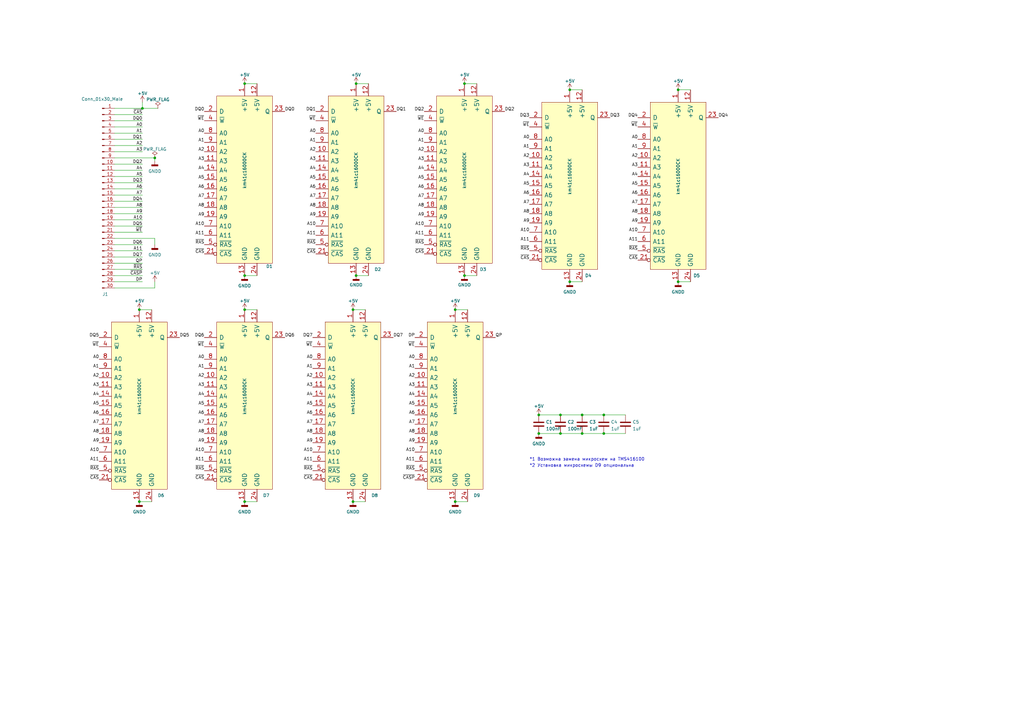
<source format=kicad_sch>
(kicad_sch (version 20211123) (generator eeschema)
  (paper "A3")
  (title_block (title "SIMM30 16 МиБ модуль\\nСхема электрическая принципиальная") (date "2022-01-07") (rev "2") (company "Open Hardware") (comment 2 "Dethernal"))
  (lib_symbols
    (symbol "Connector:Conn_01x30_Male" (pin_names (offset 1.016) hide)
      (property "Reference" "J" (at 0 38.1 0))
      (property "Value" "Conn_01x30_Male" (at 0 -40.64 0))
      (symbol "Conn_01x30_Male_1_1"
        (polyline (pts (xy 1.27 -38.1) (xy 0.8636 -38.1)) (stroke (width 0.1524)))
        (polyline (pts (xy 1.27 -35.56) (xy 0.8636 -35.56)) (stroke (width 0.1524)))
        (polyline (pts (xy 1.27 -33.02) (xy 0.8636 -33.02)) (stroke (width 0.1524)))
        (polyline (pts (xy 1.27 -30.48) (xy 0.8636 -30.48)) (stroke (width 0.1524)))
        (polyline (pts (xy 1.27 -27.94) (xy 0.8636 -27.94)) (stroke (width 0.1524)))
        (polyline (pts (xy 1.27 -25.4) (xy 0.8636 -25.4)) (stroke (width 0.1524)))
        (polyline (pts (xy 1.27 -22.86) (xy 0.8636 -22.86)) (stroke (width 0.1524)))
        (polyline (pts (xy 1.27 -20.32) (xy 0.8636 -20.32)) (stroke (width 0.1524)))
        (polyline (pts (xy 1.27 -17.78) (xy 0.8636 -17.78)) (stroke (width 0.1524)))
        (polyline (pts (xy 1.27 -15.24) (xy 0.8636 -15.24)) (stroke (width 0.1524)))
        (polyline (pts (xy 1.27 -12.7) (xy 0.8636 -12.7)) (stroke (width 0.1524)))
        (polyline (pts (xy 1.27 -10.16) (xy 0.8636 -10.16)) (stroke (width 0.1524)))
        (polyline (pts (xy 1.27 -7.62) (xy 0.8636 -7.62)) (stroke (width 0.1524)))
        (polyline (pts (xy 1.27 -5.08) (xy 0.8636 -5.08)) (stroke (width 0.1524)))
        (polyline (pts (xy 1.27 -2.54) (xy 0.8636 -2.54)) (stroke (width 0.1524)))
        (polyline (pts (xy 1.27 0) (xy 0.8636 0)) (stroke (width 0.1524)))
        (polyline (pts (xy 1.27 2.54) (xy 0.8636 2.54)) (stroke (width 0.1524)))
        (polyline (pts (xy 1.27 5.08) (xy 0.8636 5.08)) (stroke (width 0.1524)))
        (polyline (pts (xy 1.27 7.62) (xy 0.8636 7.62)) (stroke (width 0.1524)))
        (polyline (pts (xy 1.27 10.16) (xy 0.8636 10.16)) (stroke (width 0.1524)))
        (polyline (pts (xy 1.27 12.7) (xy 0.8636 12.7)) (stroke (width 0.1524)))
        (polyline (pts (xy 1.27 15.24) (xy 0.8636 15.24)) (stroke (width 0.1524)))
        (polyline (pts (xy 1.27 17.78) (xy 0.8636 17.78)) (stroke (width 0.1524)))
        (polyline (pts (xy 1.27 20.32) (xy 0.8636 20.32)) (stroke (width 0.1524)))
        (polyline (pts (xy 1.27 22.86) (xy 0.8636 22.86)) (stroke (width 0.1524)))
        (polyline (pts (xy 1.27 25.4) (xy 0.8636 25.4)) (stroke (width 0.1524)))
        (polyline (pts (xy 1.27 27.94) (xy 0.8636 27.94)) (stroke (width 0.1524)))
        (polyline (pts (xy 1.27 30.48) (xy 0.8636 30.48)) (stroke (width 0.1524)))
        (polyline (pts (xy 1.27 33.02) (xy 0.8636 33.02)) (stroke (width 0.1524)))
        (polyline (pts (xy 1.27 35.56) (xy 0.8636 35.56)) (stroke (width 0.1524)))
        (rectangle (start 0.8636 -37.973) (end 0 -38.227) (stroke (width 0.1524)) (fill (type outline)))
        (rectangle (start 0.8636 -35.433) (end 0 -35.687) (stroke (width 0.1524)) (fill (type outline)))
        (rectangle (start 0.8636 -32.893) (end 0 -33.147) (stroke (width 0.1524)) (fill (type outline)))
        (rectangle (start 0.8636 -30.353) (end 0 -30.607) (stroke (width 0.1524)) (fill (type outline)))
        (rectangle (start 0.8636 -27.813) (end 0 -28.067) (stroke (width 0.1524)) (fill (type outline)))
        (rectangle (start 0.8636 -25.273) (end 0 -25.527) (stroke (width 0.1524)) (fill (type outline)))
        (rectangle (start 0.8636 -22.733) (end 0 -22.987) (stroke (width 0.1524)) (fill (type outline)))
        (rectangle (start 0.8636 -20.193) (end 0 -20.447) (stroke (width 0.1524)) (fill (type outline)))
        (rectangle (start 0.8636 -17.653) (end 0 -17.907) (stroke (width 0.1524)) (fill (type outline)))
        (rectangle (start 0.8636 -15.113) (end 0 -15.367) (stroke (width 0.1524)) (fill (type outline)))
        (rectangle (start 0.8636 -12.573) (end 0 -12.827) (stroke (width 0.1524)) (fill (type outline)))
        (rectangle (start 0.8636 -10.033) (end 0 -10.287) (stroke (width 0.1524)) (fill (type outline)))
        (rectangle (start 0.8636 -7.493) (end 0 -7.747) (stroke (width 0.1524)) (fill (type outline)))
        (rectangle (start 0.8636 -4.953) (end 0 -5.207) (stroke (width 0.1524)) (fill (type outline)))
        (rectangle (start 0.8636 -2.413) (end 0 -2.667) (stroke (width 0.1524)) (fill (type outline)))
        (rectangle (start 0.8636 0.127) (end 0 -0.127) (stroke (width 0.1524)) (fill (type outline)))
        (rectangle (start 0.8636 2.667) (end 0 2.413) (stroke (width 0.1524)) (fill (type outline)))
        (rectangle (start 0.8636 5.207) (end 0 4.953) (stroke (width 0.1524)) (fill (type outline)))
        (rectangle (start 0.8636 7.747) (end 0 7.493) (stroke (width 0.1524)) (fill (type outline)))
        (rectangle (start 0.8636 10.287) (end 0 10.033) (stroke (width 0.1524)) (fill (type outline)))
        (rectangle (start 0.8636 12.827) (end 0 12.573) (stroke (width 0.1524)) (fill (type outline)))
        (rectangle (start 0.8636 15.367) (end 0 15.113) (stroke (width 0.1524)) (fill (type outline)))
        (rectangle (start 0.8636 17.907) (end 0 17.653) (stroke (width 0.1524)) (fill (type outline)))
        (rectangle (start 0.8636 20.447) (end 0 20.193) (stroke (width 0.1524)) (fill (type outline)))
        (rectangle (start 0.8636 22.987) (end 0 22.733) (stroke (width 0.1524)) (fill (type outline)))
        (rectangle (start 0.8636 25.527) (end 0 25.273) (stroke (width 0.1524)) (fill (type outline)))
        (rectangle (start 0.8636 28.067) (end 0 27.813) (stroke (width 0.1524)) (fill (type outline)))
        (rectangle (start 0.8636 30.607) (end 0 30.353) (stroke (width 0.1524)) (fill (type outline)))
        (rectangle (start 0.8636 33.147) (end 0 32.893) (stroke (width 0.1524)) (fill (type outline)))
        (rectangle (start 0.8636 35.687) (end 0 35.433) (stroke (width 0.1524)) (fill (type outline)))
        (pin passive line (at 5.08 35.56 180) (length 3.81) (name "Pin_1") (number "1"))
        (pin passive line (at 5.08 12.7 180) (length 3.81) (name "Pin_10") (number "10"))
        (pin passive line (at 5.08 10.16 180) (length 3.81) (name "Pin_11") (number "11"))
        (pin passive line (at 5.08 7.62 180) (length 3.81) (name "Pin_12") (number "12"))
        (pin passive line (at 5.08 5.08 180) (length 3.81) (name "Pin_13") (number "13"))
        (pin passive line (at 5.08 2.54 180) (length 3.81) (name "Pin_14") (number "14"))
        (pin passive line (at 5.08 0 180) (length 3.81) (name "Pin_15") (number "15"))
        (pin passive line (at 5.08 -2.54 180) (length 3.81) (name "Pin_16") (number "16"))
        (pin passive line (at 5.08 -5.08 180) (length 3.81) (name "Pin_17") (number "17"))
        (pin passive line (at 5.08 -7.62 180) (length 3.81) (name "Pin_18") (number "18"))
        (pin passive line (at 5.08 -10.16 180) (length 3.81) (name "Pin_19") (number "19"))
        (pin passive line (at 5.08 33.02 180) (length 3.81) (name "Pin_2") (number "2"))
        (pin passive line (at 5.08 -12.7 180) (length 3.81) (name "Pin_20") (number "20"))
        (pin passive line (at 5.08 -15.24 180) (length 3.81) (name "Pin_21") (number "21"))
        (pin passive line (at 5.08 -17.78 180) (length 3.81) (name "Pin_22") (number "22"))
        (pin passive line (at 5.08 -20.32 180) (length 3.81) (name "Pin_23") (number "23"))
        (pin passive line (at 5.08 -22.86 180) (length 3.81) (name "Pin_24") (number "24"))
        (pin passive line (at 5.08 -25.4 180) (length 3.81) (name "Pin_25") (number "25"))
        (pin passive line (at 5.08 -27.94 180) (length 3.81) (name "Pin_26") (number "26"))
        (pin passive line (at 5.08 -30.48 180) (length 3.81) (name "Pin_27") (number "27"))
        (pin passive line (at 5.08 -33.02 180) (length 3.81) (name "Pin_28") (number "28"))
        (pin passive line (at 5.08 -35.56 180) (length 3.81) (name "Pin_29") (number "29"))
        (pin passive line (at 5.08 30.48 180) (length 3.81) (name "Pin_3") (number "3"))
        (pin passive line (at 5.08 -38.1 180) (length 3.81) (name "Pin_30") (number "30"))
        (pin passive line (at 5.08 27.94 180) (length 3.81) (name "Pin_4") (number "4"))
        (pin passive line (at 5.08 25.4 180) (length 3.81) (name "Pin_5") (number "5"))
        (pin passive line (at 5.08 22.86 180) (length 3.81) (name "Pin_6") (number "6"))
        (pin passive line (at 5.08 20.32 180) (length 3.81) (name "Pin_7") (number "7"))
        (pin passive line (at 5.08 17.78 180) (length 3.81) (name "Pin_8") (number "8"))
        (pin passive line (at 5.08 15.24 180) (length 3.81) (name "Pin_9") (number "9"))
      )
    )
    (symbol "Device:C" (pin_numbers hide) (pin_names (offset 0.254))
      (property "Reference" "C" (at 0.635 2.54 0))
      (property "Value" "C" (at 0.635 -2.54 0))
      (symbol "C_0_1"
        (polyline (pts (xy -2.032 -0.762) (xy 2.032 -0.762)) (stroke (width 0.508)))
        (polyline (pts (xy -2.032 0.762) (xy 2.032 0.762)) (stroke (width 0.508)))
      )
      (symbol "C_1_1"
        (pin passive line (at 0 3.81 270) (length 2.794) (name "~") (number "1"))
        (pin passive line (at 0 -3.81 90) (length 2.794) (name "~") (number "2"))
      )
    )
    (symbol "Memory_RAM:km41c16000CK" (pin_names (offset 1.016))
      (property "Reference" "D?" (at 7.62 -40.64 0))
      (property "Value" "km41c16000CK" (at 0 0 90))
      (symbol "km41c16000CK_0_1"
        (rectangle (start -11.43 30.48) (end 11.43 -38.1) (fill (type background)))
      )
      (symbol "km41c16000CK_1_1"
        (pin power_in line (at 0 35.56 270) (length 5.08) (name "+5V") (number "1"))
        (pin input line (at -16.51 7.62 0) (length 5.08) (name "A2") (number "10"))
        (pin input line (at -16.51 3.81 0) (length 5.08) (name "A3") (number "11"))
        (pin power_in line (at 5.08 35.56 270) (length 5.08) (name "+5V") (number "12"))
        (pin passive line (at 0 -43.18 90) (length 5.08) (name "GND") (number "13"))
        (pin input line (at -16.51 0 0) (length 5.08) (name "A4") (number "14"))
        (pin input line (at -16.51 -3.81 0) (length 5.08) (name "A5") (number "15"))
        (pin input line (at -16.51 -7.62 0) (length 5.08) (name "A6") (number "16"))
        (pin input line (at -16.51 -11.43 0) (length 5.08) (name "A7") (number "17"))
        (pin input line (at -16.51 -15.24 0) (length 5.08) (name "A8") (number "18"))
        (pin input line (at -16.51 -19.05 0) (length 5.08) (name "A9") (number "19"))
        (pin input line (at -16.51 24.13 0) (length 5.08) (name "D") (number "2"))
        (pin input inverted (at -16.51 -34.29 0) (length 5.08) (name "~{CAS}") (number "21"))
        (pin output line (at 16.51 24.13 180) (length 5.08) (name "Q") (number "23"))
        (pin passive line (at 5.08 -43.18 90) (length 5.08) (name "GND") (number "24"))
        (pin input line (at -16.51 20.32 0) (length 5.08) (name "~{W}") (number "4"))
        (pin input inverted (at -16.51 -30.48 0) (length 5.08) (name "~{RAS}") (number "5"))
        (pin input line (at -16.51 -26.67 0) (length 5.08) (name "A11") (number "6"))
        (pin input line (at -16.51 -22.86 0) (length 5.08) (name "A10") (number "7"))
        (pin input line (at -16.51 15.24 0) (length 5.08) (name "A0") (number "8"))
        (pin input line (at -16.51 11.43 0) (length 5.08) (name "A1") (number "9"))
      )
    )
    (symbol "km41c16000CK_2" (pin_names (offset 1.016))
      (property "Reference" "D?" (at 7.62 -40.64 0))
      (property "Value" "km41c16000CK_2" (at 0 0 90))
      (symbol "km41c16000CK_2_0_1"
        (rectangle (start -11.43 30.48) (end 11.43 -38.1) (fill (type background)))
      )
      (symbol "km41c16000CK_2_1_1"
        (pin power_in line (at 0 35.56 270) (length 5.08) (name "+5V") (number "1"))
        (pin input line (at -16.51 7.62 0) (length 5.08) (name "A2") (number "10"))
        (pin input line (at -16.51 3.81 0) (length 5.08) (name "A3") (number "11"))
        (pin power_in line (at 5.08 35.56 270) (length 5.08) (name "+5V") (number "12"))
        (pin passive line (at 0 -43.18 90) (length 5.08) (name "GND") (number "13"))
        (pin input line (at -16.51 0 0) (length 5.08) (name "A4") (number "14"))
        (pin input line (at -16.51 -3.81 0) (length 5.08) (name "A5") (number "15"))
        (pin input line (at -16.51 -7.62 0) (length 5.08) (name "A6") (number "16"))
        (pin input line (at -16.51 -11.43 0) (length 5.08) (name "A7") (number "17"))
        (pin input line (at -16.51 -15.24 0) (length 5.08) (name "A8") (number "18"))
        (pin input line (at -16.51 -19.05 0) (length 5.08) (name "A9") (number "19"))
        (pin input line (at -16.51 24.13 0) (length 5.08) (name "D") (number "2"))
        (pin input inverted (at -16.51 -34.29 0) (length 5.08) (name "~{CAS}") (number "21"))
        (pin output line (at 16.51 24.13 180) (length 5.08) (name "Q") (number "23"))
        (pin passive line (at 5.08 -43.18 90) (length 5.08) (name "GND") (number "24"))
        (pin input line (at -16.51 20.32 0) (length 5.08) (name "~{W}") (number "4"))
        (pin input inverted (at -16.51 -30.48 0) (length 5.08) (name "~{RAS}") (number "5"))
        (pin input line (at -16.51 -26.67 0) (length 5.08) (name "A11") (number "6"))
        (pin input line (at -16.51 -22.86 0) (length 5.08) (name "A10") (number "7"))
        (pin input line (at -16.51 15.24 0) (length 5.08) (name "A0") (number "8"))
        (pin input line (at -16.51 11.43 0) (length 5.08) (name "A1") (number "9"))
      )
    )
    (symbol "km41c16000CK_3" (pin_names (offset 1.016))
      (property "Reference" "D?" (at 7.62 -40.64 0))
      (property "Value" "km41c16000CK_3" (at 0 0 90))
      (symbol "km41c16000CK_3_0_1"
        (rectangle (start -11.43 30.48) (end 11.43 -38.1) (fill (type background)))
      )
      (symbol "km41c16000CK_3_1_1"
        (pin power_in line (at 0 35.56 270) (length 5.08) (name "+5V") (number "1"))
        (pin input line (at -16.51 7.62 0) (length 5.08) (name "A2") (number "10"))
        (pin input line (at -16.51 3.81 0) (length 5.08) (name "A3") (number "11"))
        (pin power_in line (at 5.08 35.56 270) (length 5.08) (name "+5V") (number "12"))
        (pin passive line (at 0 -43.18 90) (length 5.08) (name "GND") (number "13"))
        (pin input line (at -16.51 0 0) (length 5.08) (name "A4") (number "14"))
        (pin input line (at -16.51 -3.81 0) (length 5.08) (name "A5") (number "15"))
        (pin input line (at -16.51 -7.62 0) (length 5.08) (name "A6") (number "16"))
        (pin input line (at -16.51 -11.43 0) (length 5.08) (name "A7") (number "17"))
        (pin input line (at -16.51 -15.24 0) (length 5.08) (name "A8") (number "18"))
        (pin input line (at -16.51 -19.05 0) (length 5.08) (name "A9") (number "19"))
        (pin input line (at -16.51 24.13 0) (length 5.08) (name "D") (number "2"))
        (pin input inverted (at -16.51 -34.29 0) (length 5.08) (name "~{CAS}") (number "21"))
        (pin output line (at 16.51 24.13 180) (length 5.08) (name "Q") (number "23"))
        (pin passive line (at 5.08 -43.18 90) (length 5.08) (name "GND") (number "24"))
        (pin input line (at -16.51 20.32 0) (length 5.08) (name "~{W}") (number "4"))
        (pin input inverted (at -16.51 -30.48 0) (length 5.08) (name "~{RAS}") (number "5"))
        (pin input line (at -16.51 -26.67 0) (length 5.08) (name "A11") (number "6"))
        (pin input line (at -16.51 -22.86 0) (length 5.08) (name "A10") (number "7"))
        (pin input line (at -16.51 15.24 0) (length 5.08) (name "A0") (number "8"))
        (pin input line (at -16.51 11.43 0) (length 5.08) (name "A1") (number "9"))
      )
    )
    (symbol "km41c16000CK_4" (pin_names (offset 1.016))
      (property "Reference" "D?" (at 7.62 -40.64 0))
      (property "Value" "km41c16000CK_4" (at 0 0 90))
      (symbol "km41c16000CK_4_0_1"
        (rectangle (start -11.43 30.48) (end 11.43 -38.1) (fill (type background)))
      )
      (symbol "km41c16000CK_4_1_1"
        (pin power_in line (at 0 35.56 270) (length 5.08) (name "+5V") (number "1"))
        (pin input line (at -16.51 7.62 0) (length 5.08) (name "A2") (number "10"))
        (pin input line (at -16.51 3.81 0) (length 5.08) (name "A3") (number "11"))
        (pin power_in line (at 5.08 35.56 270) (length 5.08) (name "+5V") (number "12"))
        (pin passive line (at 0 -43.18 90) (length 5.08) (name "GND") (number "13"))
        (pin input line (at -16.51 0 0) (length 5.08) (name "A4") (number "14"))
        (pin input line (at -16.51 -3.81 0) (length 5.08) (name "A5") (number "15"))
        (pin input line (at -16.51 -7.62 0) (length 5.08) (name "A6") (number "16"))
        (pin input line (at -16.51 -11.43 0) (length 5.08) (name "A7") (number "17"))
        (pin input line (at -16.51 -15.24 0) (length 5.08) (name "A8") (number "18"))
        (pin input line (at -16.51 -19.05 0) (length 5.08) (name "A9") (number "19"))
        (pin input line (at -16.51 24.13 0) (length 5.08) (name "D") (number "2"))
        (pin input inverted (at -16.51 -34.29 0) (length 5.08) (name "~{CAS}") (number "21"))
        (pin output line (at 16.51 24.13 180) (length 5.08) (name "Q") (number "23"))
        (pin passive line (at 5.08 -43.18 90) (length 5.08) (name "GND") (number "24"))
        (pin input line (at -16.51 20.32 0) (length 5.08) (name "~{W}") (number "4"))
        (pin input inverted (at -16.51 -30.48 0) (length 5.08) (name "~{RAS}") (number "5"))
        (pin input line (at -16.51 -26.67 0) (length 5.08) (name "A11") (number "6"))
        (pin input line (at -16.51 -22.86 0) (length 5.08) (name "A10") (number "7"))
        (pin input line (at -16.51 15.24 0) (length 5.08) (name "A0") (number "8"))
        (pin input line (at -16.51 11.43 0) (length 5.08) (name "A1") (number "9"))
      )
    )
    (symbol "km41c16000CK_5" (pin_names (offset 1.016))
      (property "Reference" "D?" (at 7.62 -40.64 0))
      (property "Value" "km41c16000CK_5" (at 0 0 90))
      (symbol "km41c16000CK_5_0_1"
        (rectangle (start -11.43 30.48) (end 11.43 -38.1) (fill (type background)))
      )
      (symbol "km41c16000CK_5_1_1"
        (pin power_in line (at 0 35.56 270) (length 5.08) (name "+5V") (number "1"))
        (pin input line (at -16.51 7.62 0) (length 5.08) (name "A2") (number "10"))
        (pin input line (at -16.51 3.81 0) (length 5.08) (name "A3") (number "11"))
        (pin power_in line (at 5.08 35.56 270) (length 5.08) (name "+5V") (number "12"))
        (pin passive line (at 0 -43.18 90) (length 5.08) (name "GND") (number "13"))
        (pin input line (at -16.51 0 0) (length 5.08) (name "A4") (number "14"))
        (pin input line (at -16.51 -3.81 0) (length 5.08) (name "A5") (number "15"))
        (pin input line (at -16.51 -7.62 0) (length 5.08) (name "A6") (number "16"))
        (pin input line (at -16.51 -11.43 0) (length 5.08) (name "A7") (number "17"))
        (pin input line (at -16.51 -15.24 0) (length 5.08) (name "A8") (number "18"))
        (pin input line (at -16.51 -19.05 0) (length 5.08) (name "A9") (number "19"))
        (pin input line (at -16.51 24.13 0) (length 5.08) (name "D") (number "2"))
        (pin input inverted (at -16.51 -34.29 0) (length 5.08) (name "~{CAS}") (number "21"))
        (pin output line (at 16.51 24.13 180) (length 5.08) (name "Q") (number "23"))
        (pin passive line (at 5.08 -43.18 90) (length 5.08) (name "GND") (number "24"))
        (pin input line (at -16.51 20.32 0) (length 5.08) (name "~{W}") (number "4"))
        (pin input inverted (at -16.51 -30.48 0) (length 5.08) (name "~{RAS}") (number "5"))
        (pin input line (at -16.51 -26.67 0) (length 5.08) (name "A11") (number "6"))
        (pin input line (at -16.51 -22.86 0) (length 5.08) (name "A10") (number "7"))
        (pin input line (at -16.51 15.24 0) (length 5.08) (name "A0") (number "8"))
        (pin input line (at -16.51 11.43 0) (length 5.08) (name "A1") (number "9"))
      )
    )
    (symbol "km41c16000CK_6" (pin_names (offset 1.016))
      (property "Reference" "D?" (at 7.62 -40.64 0))
      (property "Value" "km41c16000CK_6" (at 0 0 90))
      (symbol "km41c16000CK_6_0_1"
        (rectangle (start -11.43 30.48) (end 11.43 -38.1) (fill (type background)))
      )
      (symbol "km41c16000CK_6_1_1"
        (pin power_in line (at 0 35.56 270) (length 5.08) (name "+5V") (number "1"))
        (pin input line (at -16.51 7.62 0) (length 5.08) (name "A2") (number "10"))
        (pin input line (at -16.51 3.81 0) (length 5.08) (name "A3") (number "11"))
        (pin power_in line (at 5.08 35.56 270) (length 5.08) (name "+5V") (number "12"))
        (pin passive line (at 0 -43.18 90) (length 5.08) (name "GND") (number "13"))
        (pin input line (at -16.51 0 0) (length 5.08) (name "A4") (number "14"))
        (pin input line (at -16.51 -3.81 0) (length 5.08) (name "A5") (number "15"))
        (pin input line (at -16.51 -7.62 0) (length 5.08) (name "A6") (number "16"))
        (pin input line (at -16.51 -11.43 0) (length 5.08) (name "A7") (number "17"))
        (pin input line (at -16.51 -15.24 0) (length 5.08) (name "A8") (number "18"))
        (pin input line (at -16.51 -19.05 0) (length 5.08) (name "A9") (number "19"))
        (pin input line (at -16.51 24.13 0) (length 5.08) (name "D") (number "2"))
        (pin input inverted (at -16.51 -34.29 0) (length 5.08) (name "~{CAS}") (number "21"))
        (pin output line (at 16.51 24.13 180) (length 5.08) (name "Q") (number "23"))
        (pin passive line (at 5.08 -43.18 90) (length 5.08) (name "GND") (number "24"))
        (pin input line (at -16.51 20.32 0) (length 5.08) (name "~{W}") (number "4"))
        (pin input inverted (at -16.51 -30.48 0) (length 5.08) (name "~{RAS}") (number "5"))
        (pin input line (at -16.51 -26.67 0) (length 5.08) (name "A11") (number "6"))
        (pin input line (at -16.51 -22.86 0) (length 5.08) (name "A10") (number "7"))
        (pin input line (at -16.51 15.24 0) (length 5.08) (name "A0") (number "8"))
        (pin input line (at -16.51 11.43 0) (length 5.08) (name "A1") (number "9"))
      )
    )
    (symbol "km41c16000CK_7" (pin_names (offset 1.016))
      (property "Reference" "D?" (at 7.62 -40.64 0))
      (property "Value" "km41c16000CK_7" (at 0 0 90))
      (symbol "km41c16000CK_7_0_1"
        (rectangle (start -11.43 30.48) (end 11.43 -38.1) (fill (type background)))
      )
      (symbol "km41c16000CK_7_1_1"
        (pin power_in line (at 0 35.56 270) (length 5.08) (name "+5V") (number "1"))
        (pin input line (at -16.51 7.62 0) (length 5.08) (name "A2") (number "10"))
        (pin input line (at -16.51 3.81 0) (length 5.08) (name "A3") (number "11"))
        (pin power_in line (at 5.08 35.56 270) (length 5.08) (name "+5V") (number "12"))
        (pin passive line (at 0 -43.18 90) (length 5.08) (name "GND") (number "13"))
        (pin input line (at -16.51 0 0) (length 5.08) (name "A4") (number "14"))
        (pin input line (at -16.51 -3.81 0) (length 5.08) (name "A5") (number "15"))
        (pin input line (at -16.51 -7.62 0) (length 5.08) (name "A6") (number "16"))
        (pin input line (at -16.51 -11.43 0) (length 5.08) (name "A7") (number "17"))
        (pin input line (at -16.51 -15.24 0) (length 5.08) (name "A8") (number "18"))
        (pin input line (at -16.51 -19.05 0) (length 5.08) (name "A9") (number "19"))
        (pin input line (at -16.51 24.13 0) (length 5.08) (name "D") (number "2"))
        (pin input inverted (at -16.51 -34.29 0) (length 5.08) (name "~{CAS}") (number "21"))
        (pin output line (at 16.51 24.13 180) (length 5.08) (name "Q") (number "23"))
        (pin passive line (at 5.08 -43.18 90) (length 5.08) (name "GND") (number "24"))
        (pin input line (at -16.51 20.32 0) (length 5.08) (name "~{W}") (number "4"))
        (pin input inverted (at -16.51 -30.48 0) (length 5.08) (name "~{RAS}") (number "5"))
        (pin input line (at -16.51 -26.67 0) (length 5.08) (name "A11") (number "6"))
        (pin input line (at -16.51 -22.86 0) (length 5.08) (name "A10") (number "7"))
        (pin input line (at -16.51 15.24 0) (length 5.08) (name "A0") (number "8"))
        (pin input line (at -16.51 11.43 0) (length 5.08) (name "A1") (number "9"))
      )
    )
    (symbol "km41c16000CK_8" (pin_names (offset 1.016))
      (property "Reference" "D?" (at 7.62 -40.64 0))
      (property "Value" "km41c16000CK_8" (at 0 0 90))
      (symbol "km41c16000CK_8_0_1"
        (rectangle (start -11.43 30.48) (end 11.43 -38.1) (fill (type background)))
      )
      (symbol "km41c16000CK_8_1_1"
        (pin power_in line (at 0 35.56 270) (length 5.08) (name "+5V") (number "1"))
        (pin input line (at -16.51 7.62 0) (length 5.08) (name "A2") (number "10"))
        (pin input line (at -16.51 3.81 0) (length 5.08) (name "A3") (number "11"))
        (pin power_in line (at 5.08 35.56 270) (length 5.08) (name "+5V") (number "12"))
        (pin passive line (at 0 -43.18 90) (length 5.08) (name "GND") (number "13"))
        (pin input line (at -16.51 0 0) (length 5.08) (name "A4") (number "14"))
        (pin input line (at -16.51 -3.81 0) (length 5.08) (name "A5") (number "15"))
        (pin input line (at -16.51 -7.62 0) (length 5.08) (name "A6") (number "16"))
        (pin input line (at -16.51 -11.43 0) (length 5.08) (name "A7") (number "17"))
        (pin input line (at -16.51 -15.24 0) (length 5.08) (name "A8") (number "18"))
        (pin input line (at -16.51 -19.05 0) (length 5.08) (name "A9") (number "19"))
        (pin input line (at -16.51 24.13 0) (length 5.08) (name "D") (number "2"))
        (pin input inverted (at -16.51 -34.29 0) (length 5.08) (name "~{CAS}") (number "21"))
        (pin output line (at 16.51 24.13 180) (length 5.08) (name "Q") (number "23"))
        (pin passive line (at 5.08 -43.18 90) (length 5.08) (name "GND") (number "24"))
        (pin input line (at -16.51 20.32 0) (length 5.08) (name "~{W}") (number "4"))
        (pin input inverted (at -16.51 -30.48 0) (length 5.08) (name "~{RAS}") (number "5"))
        (pin input line (at -16.51 -26.67 0) (length 5.08) (name "A11") (number "6"))
        (pin input line (at -16.51 -22.86 0) (length 5.08) (name "A10") (number "7"))
        (pin input line (at -16.51 15.24 0) (length 5.08) (name "A0") (number "8"))
        (pin input line (at -16.51 11.43 0) (length 5.08) (name "A1") (number "9"))
      )
    )
    (symbol "power:+5V" (power) (pin_names (offset 0))
      (property "Value" "+5V" (at 0 3.556 0))
      (symbol "+5V_0_1"
        (polyline (pts (xy -0.762 1.27) (xy 0 2.54)))
        (polyline (pts (xy 0 0) (xy 0 2.54)))
        (polyline (pts (xy 0 2.54) (xy 0.762 1.27)))
      )
      (symbol "+5V_1_1"
        (pin power_in line (at 0 0 90) (length 0) hide (name "+5V") (number "1"))
      )
    )
    (symbol "power:GNDD" (power) (pin_names (offset 0))
      (property "Value" "GNDD" (at 0 -3.175 0))
      (symbol "GNDD_0_1"
        (rectangle (start -1.27 -1.524) (end 1.27 -2.032) (stroke (width 0.254)) (fill (type outline)))
        (polyline (pts (xy 0 0) (xy 0 -1.524)))
      )
      (symbol "GNDD_1_1"
        (pin power_in line (at 0 0 270) (length 0) hide (name "GNDD") (number "1"))
      )
    )
    (symbol "power:PWR_FLAG" (power) (pin_numbers hide) (pin_names (offset 0) hide)
      (property "Value" "PWR_FLAG" (at 0 3.81 0))
      (symbol "PWR_FLAG_0_0"
        (pin power_out line (at 0 0 90) (length 0) (name "pwr") (number "1"))
      )
      (symbol "PWR_FLAG_0_1"
        (polyline (pts (xy 0 0) (xy 0 1.27) (xy -1.016 1.905) (xy 0 2.54) (xy 1.016 1.905) (xy 0 1.27)))
      )
    )
  )
  (junction (at 144.78 205.74))
  (junction (at 220.98 177.8))
  (junction (at 186.69 205.74))
  (junction (at 146.05 113.03))
  (junction (at 220.98 170.18))
  (junction (at 233.68 115.57))
  (junction (at 58.42 44.45))
  (junction (at 100.33 113.03))
  (junction (at 278.13 36.83))
  (junction (at 57.15 127))
  (junction (at 190.5 34.29))
  (junction (at 229.87 170.18))
  (junction (at 247.65 170.18))
  (junction (at 146.05 34.29))
  (junction (at 238.76 177.8))
  (junction (at 233.68 36.83))
  (junction (at 229.87 177.8))
  (junction (at 57.15 205.74))
  (junction (at 100.33 34.29))
  (junction (at 63.5 64.77))
  (junction (at 100.33 127))
  (junction (at 247.65 177.8))
  (junction (at 190.5 113.03))
  (junction (at 278.13 115.57))
  (junction (at 186.69 127))
  (junction (at 100.33 205.74))
  (junction (at 144.78 127))
  (junction (at 238.76 170.18))
  (wire (pts (xy 46.99 85.09) (xy 58.42 85.09)))
  (wire (pts (xy 58.42 41.91) (xy 58.42 44.45)))
  (wire (pts (xy 63.5 97.79) (xy 63.5 100.33)))
  (wire (pts (xy 238.76 170.18) (xy 247.65 170.18)))
  (wire (pts (xy 46.99 107.95) (xy 58.42 107.95)))
  (wire (pts (xy 100.33 205.74) (xy 105.41 205.74)))
  (wire (pts (xy 46.99 118.11) (xy 63.5 118.11)))
  (wire (pts (xy 46.99 115.57) (xy 58.42 115.57)))
  (wire (pts (xy 46.99 62.23) (xy 58.42 62.23)))
  (wire (pts (xy 100.33 113.03) (xy 105.41 113.03)))
  (wire (pts (xy 190.5 113.03) (xy 195.58 113.03)))
  (wire (pts (xy 46.99 102.87) (xy 58.42 102.87)))
  (wire (pts (xy 46.99 97.79) (xy 63.5 97.79)))
  (wire (pts (xy 63.5 115.57) (xy 63.5 118.11)))
  (wire (pts (xy 247.65 170.18) (xy 256.54 170.18)))
  (wire (pts (xy 46.99 95.25) (xy 58.42 95.25)))
  (wire (pts (xy 46.99 74.93) (xy 58.42 74.93)))
  (wire (pts (xy 233.68 36.83) (xy 238.76 36.83)))
  (wire (pts (xy 46.99 72.39) (xy 58.42 72.39)))
  (wire (pts (xy 229.87 177.8) (xy 238.76 177.8)))
  (wire (pts (xy 63.5 64.77) (xy 63.5 66.04)))
  (wire (pts (xy 46.99 59.69) (xy 58.42 59.69)))
  (wire (pts (xy 278.13 115.57) (xy 283.21 115.57)))
  (wire (pts (xy 220.98 177.8) (xy 229.87 177.8)))
  (wire (pts (xy 46.99 52.07) (xy 58.42 52.07)))
  (wire (pts (xy 144.78 127) (xy 149.86 127)))
  (wire (pts (xy 278.13 36.83) (xy 283.21 36.83)))
  (wire (pts (xy 146.05 113.03) (xy 151.13 113.03)))
  (wire (pts (xy 233.68 115.57) (xy 238.76 115.57)))
  (wire (pts (xy 46.99 54.61) (xy 58.42 54.61)))
  (wire (pts (xy 46.99 113.03) (xy 58.42 113.03)))
  (wire (pts (xy 100.33 34.29) (xy 105.41 34.29)))
  (wire (pts (xy 229.87 170.18) (xy 238.76 170.18)))
  (wire (pts (xy 46.99 64.77) (xy 63.5 64.77)))
  (wire (pts (xy 46.99 69.85) (xy 58.42 69.85)))
  (wire (pts (xy 190.5 34.29) (xy 195.58 34.29)))
  (wire (pts (xy 146.05 34.29) (xy 151.13 34.29)))
  (wire (pts (xy 46.99 110.49) (xy 58.42 110.49)))
  (wire (pts (xy 46.99 90.17) (xy 58.42 90.17)))
  (wire (pts (xy 144.78 205.74) (xy 149.86 205.74)))
  (wire (pts (xy 46.99 77.47) (xy 58.42 77.47)))
  (wire (pts (xy 57.15 205.74) (xy 62.23 205.74)))
  (wire (pts (xy 46.99 44.45) (xy 58.42 44.45)))
  (wire (pts (xy 46.99 57.15) (xy 58.42 57.15)))
  (wire (pts (xy 46.99 49.53) (xy 58.42 49.53)))
  (wire (pts (xy 186.69 205.74) (xy 191.77 205.74)))
  (wire (pts (xy 220.98 170.18) (xy 229.87 170.18)))
  (wire (pts (xy 58.42 44.45) (xy 64.77 44.45)))
  (wire (pts (xy 238.76 177.8) (xy 247.65 177.8)))
  (wire (pts (xy 247.65 177.8) (xy 256.54 177.8)))
  (wire (pts (xy 100.33 127) (xy 105.41 127)))
  (wire (pts (xy 46.99 100.33) (xy 58.42 100.33)))
  (wire (pts (xy 46.99 82.55) (xy 58.42 82.55)))
  (wire (pts (xy 46.99 87.63) (xy 58.42 87.63)))
  (wire (pts (xy 57.15 127) (xy 62.23 127)))
  (wire (pts (xy 46.99 105.41) (xy 58.42 105.41)))
  (wire (pts (xy 46.99 67.31) (xy 58.42 67.31)))
  (wire (pts (xy 186.69 127) (xy 191.77 127)))
  (wire (pts (xy 46.99 80.01) (xy 58.42 80.01)))
  (wire (pts (xy 46.99 92.71) (xy 58.42 92.71)))
  (wire (pts (xy 46.99 46.99) (xy 58.42 46.99)))
  (text "*2 Установка микросхемы D9 опциональна" (at 217.17 191.77 0) (effects (font (size 1.27 1.27)) (justify left bottom)))
  (text "*1 Возможна замена микросхем на TMS416100" (at 217.17 189.23 0) (effects (font (size 1.27 1.27)) (justify left bottom)))
  (label "A5" (at 40.64 166.37 180))
  (label "A4" (at 217.17 72.39 180))
  (label "A6" (at 261.62 80.01 180))
  (label "A6" (at 173.99 77.47 180))
  (label "A1" (at 83.82 58.42 180))
  (label "A7" (at 40.64 173.99 180))
  (label "DP" (at 170.18 138.43 180))
  (label "DQ2" (at 173.99 45.72 180))
  (label "~{CASP}" (at 170.18 196.85 180))
  (label "~{WE}" (at 129.54 49.53 180))
  (label "DQ5" (at 58.42 92.71 180))
  (label "A4" (at 128.27 162.56 180))
  (label "A3" (at 217.17 68.58 180))
  (label "DQ0" (at 83.82 45.72 180))
  (label "~{RAS}" (at 129.54 100.33 180))
  (label "A2" (at 129.54 62.23 180))
  (label "A3" (at 58.42 62.23 180))
  (label "~{RAS}" (at 261.62 102.87 180))
  (label "~{RAS}" (at 40.64 193.04 180))
  (label "~{WE}" (at 58.42 95.25 180))
  (label "~{CAS}" (at 40.64 196.85 180))
  (label "A10" (at 217.17 95.25 180))
  (label "DQ7" (at 58.42 105.41 180))
  (label "A8" (at 217.17 87.63 180))
  (label "A5" (at 128.27 166.37 180))
  (label "A8" (at 83.82 177.8 180))
  (label "A0" (at 83.82 147.32 180))
  (label "A3" (at 40.64 158.75 180))
  (label "~{WE}" (at 173.99 49.53 180))
  (label "DQ1" (at 129.54 45.72 180))
  (label "A7" (at 128.27 173.99 180))
  (label "QP" (at 58.42 107.95 180))
  (label "A5" (at 173.99 73.66 180))
  (label "A6" (at 58.42 77.47 180))
  (label "~{RAS}" (at 83.82 100.33 180))
  (label "A3" (at 83.82 158.75 180))
  (label "A8" (at 58.42 85.09 180))
  (label "DQ0" (at 116.84 45.72 0))
  (label "A6" (at 217.17 80.01 180))
  (label "DQ6" (at 116.84 138.43 0))
  (label "A10" (at 83.82 185.42 180))
  (label "A6" (at 83.82 170.18 180))
  (label "A1" (at 217.17 60.96 180))
  (label "A8" (at 261.62 87.63 180))
  (label "~{RAS}" (at 128.27 193.04 180))
  (label "~{CAS}" (at 128.27 196.85 180))
  (label "DQ4" (at 294.64 48.26 0))
  (label "A9" (at 217.17 91.44 180))
  (label "A3" (at 128.27 158.75 180))
  (label "A2" (at 217.17 64.77 180))
  (label "A5" (at 217.17 76.2 180))
  (label "A2" (at 40.64 154.94 180))
  (label "A6" (at 128.27 170.18 180))
  (label "~{CAS}" (at 83.82 104.14 180))
  (label "~{WE}" (at 128.27 142.24 180))
  (label "A4" (at 83.82 162.56 180))
  (label "A9" (at 173.99 88.9 180))
  (label "A6" (at 40.64 170.18 180))
  (label "DQ4" (at 58.42 82.55 180))
  (label "~{RAS}" (at 83.82 193.04 180))
  (label "QP" (at 203.2 138.43 0))
  (label "~{WE}" (at 217.17 52.07 180))
  (label "A0" (at 173.99 54.61 180))
  (label "A0" (at 129.54 54.61 180))
  (label "A4" (at 173.99 69.85 180))
  (label "A7" (at 129.54 81.28 180))
  (label "A4" (at 83.82 69.85 180))
  (label "~{RAS}" (at 217.17 102.87 180))
  (label "A0" (at 58.42 52.07 180))
  (label "DQ6" (at 58.42 100.33 180))
  (label "~{WE}" (at 261.62 52.07 180))
  (label "~{WE}" (at 170.18 142.24 180))
  (label "DQ3" (at 217.17 48.26 180))
  (label "A1" (at 129.54 58.42 180))
  (label "~{CAS}" (at 58.42 46.99 180))
  (label "DQ5" (at 73.66 138.43 0))
  (label "A7" (at 58.42 80.01 180))
  (label "A11" (at 83.82 96.52 180))
  (label "A11" (at 58.42 102.87 180))
  (label "DQ2" (at 58.42 67.31 180))
  (label "~{CAS}" (at 217.17 106.68 180))
  (label "DP" (at 58.42 115.57 180))
  (label "~{RAS}" (at 173.99 100.33 180))
  (label "A7" (at 83.82 81.28 180))
  (label "A9" (at 128.27 181.61 180))
  (label "A5" (at 129.54 73.66 180))
  (label "A2" (at 170.18 154.94 180))
  (label "A0" (at 261.62 57.15 180))
  (label "DQ7" (at 128.27 138.43 180))
  (label "A10" (at 261.62 95.25 180))
  (label "A1" (at 170.18 151.13 180))
  (label "A7" (at 83.82 173.99 180))
  (label "A2" (at 261.62 64.77 180))
  (label "DQ3" (at 58.42 74.93 180))
  (label "DQ6" (at 83.82 138.43 180))
  (label "A2" (at 128.27 154.94 180))
  (label "A11" (at 170.18 189.23 180))
  (label "A1" (at 261.62 60.96 180))
  (label "~{WE}" (at 40.64 142.24 180))
  (label "A11" (at 129.54 96.52 180))
  (label "A0" (at 128.27 147.32 180))
  (label "A7" (at 261.62 83.82 180))
  (label "A0" (at 83.82 54.61 180))
  (label "A3" (at 261.62 68.58 180))
  (label "A0" (at 40.64 147.32 180))
  (label "~{CAS}" (at 129.54 104.14 180))
  (label "A6" (at 83.82 77.47 180))
  (label "A1" (at 40.64 151.13 180))
  (label "A11" (at 40.64 189.23 180))
  (label "A11" (at 128.27 189.23 180))
  (label "A4" (at 170.18 162.56 180))
  (label "~{CAS}" (at 173.99 104.14 180))
  (label "A1" (at 58.42 54.61 180))
  (label "A10" (at 129.54 92.71 180))
  (label "A7" (at 170.18 173.99 180))
  (label "DQ2" (at 207.01 45.72 0))
  (label "A10" (at 83.82 92.71 180))
  (label "A10" (at 170.18 185.42 180))
  (label "A2" (at 83.82 62.23 180))
  (label "~{WE}" (at 83.82 49.53 180))
  (label "A9" (at 170.18 181.61 180))
  (label "~{RAS}" (at 58.42 110.49 180))
  (label "DQ4" (at 261.62 48.26 180))
  (label "A8" (at 170.18 177.8 180))
  (label "A8" (at 40.64 177.8 180))
  (label "A3" (at 83.82 66.04 180))
  (label "~{CAS}" (at 261.62 106.68 180))
  (label "A11" (at 173.99 96.52 180))
  (label "A3" (at 173.99 66.04 180))
  (label "~{CAS}" (at 83.82 196.85 180))
  (label "A9" (at 83.82 181.61 180))
  (label "DQ0" (at 58.42 49.53 180))
  (label "A5" (at 58.42 72.39 180))
  (label "A4" (at 261.62 72.39 180))
  (label "DQ1" (at 162.56 45.72 0))
  (label "A9" (at 83.82 88.9 180))
  (label "A0" (at 217.17 57.15 180))
  (label "A8" (at 173.99 85.09 180))
  (label "A9" (at 129.54 88.9 180))
  (label "~{RAS}" (at 170.18 193.04 180))
  (label "A11" (at 217.17 99.06 180))
  (label "~{CASP}" (at 58.42 113.03 180))
  (label "A3" (at 170.18 158.75 180))
  (label "A9" (at 58.42 87.63 180))
  (label "A6" (at 170.18 170.18 180))
  (label "A8" (at 83.82 85.09 180))
  (label "A5" (at 261.62 76.2 180))
  (label "A10" (at 40.64 185.42 180))
  (label "A7" (at 173.99 81.28 180))
  (label "A3" (at 129.54 66.04 180))
  (label "A4" (at 58.42 69.85 180))
  (label "A4" (at 129.54 69.85 180))
  (label "A1" (at 128.27 151.13 180))
  (label "A10" (at 128.27 185.42 180))
  (label "DQ7" (at 161.29 138.43 0))
  (label "A1" (at 83.82 151.13 180))
  (label "A0" (at 170.18 147.32 180))
  (label "A11" (at 83.82 189.23 180))
  (label "DQ1" (at 58.42 57.15 180))
  (label "A5" (at 83.82 166.37 180))
  (label "A9" (at 40.64 181.61 180))
  (label "A7" (at 217.17 83.82 180))
  (label "DQ3" (at 250.19 48.26 0))
  (label "~{WE}" (at 83.82 142.24 180))
  (label "A4" (at 40.64 162.56 180))
  (label "A11" (at 261.62 99.06 180))
  (label "A8" (at 128.27 177.8 180))
  (label "A2" (at 173.99 62.23 180))
  (label "A5" (at 170.18 166.37 180))
  (label "A8" (at 129.54 85.09 180))
  (label "A2" (at 83.82 154.94 180))
  (label "A6" (at 129.54 77.47 180))
  (label "A2" (at 58.42 59.69 180))
  (label "A10" (at 173.99 92.71 180))
  (label "DQ5" (at 40.64 138.43 180))
  (label "A1" (at 173.99 58.42 180))
  (label "A9" (at 261.62 91.44 180))
  (label "A10" (at 58.42 90.17 180))
  (label "A5" (at 83.82 73.66 180))
  (symbol (lib_id "power:GNDD") (at 233.68 115.57 0) (unit 1)
    (property "Reference" "#PWR0114" (effects hide))
    (property "Value" "GNDD" (at 233.68 119.7515 0))
  )
  (symbol (lib_name "km41c16000CK_8") (lib_id "Memory_RAM:km41c16000CK") (at 233.68 72.39 0) (unit 1)
    (property "Reference" "D4" (at 241.3 113.03 0))
    (property "Value" "km41c16000CK" (at 233.68 72.39 90))
    (property "Footprint" "Package_SOJ26_24:SOJ-26-24_7.62x17.14mm_P1.27mm" (effects hide))
    (property "Datasheet" "https://www.digchip.com/datasheets/parts/datasheet/409/KM41C16000CK.php" (effects hide))
  )
  (symbol (lib_id "power:+5V") (at 144.78 127 0) (unit 1)
    (property "Reference" "#PWR0120" (effects hide))
    (property "Value" "+5V" (at 144.78 123.3955 0))
  )
  (symbol (lib_id "power:GNDD") (at 186.69 205.74 0) (unit 1)
    (property "Reference" "#PWR0117" (effects hide))
    (property "Value" "GNDD" (at 186.69 209.9215 0))
  )
  (symbol (lib_id "power:+5V") (at 233.68 36.83 0) (unit 1)
    (property "Reference" "#PWR0113" (effects hide))
    (property "Value" "+5V" (at 233.68 33.2255 0))
  )
  (symbol (lib_id "Memory_RAM:km41c16000CK") (at 146.05 69.85 0) (unit 1)
    (property "Reference" "D2" (at 154.94 110.49 0))
    (property "Value" "km41c16000CK" (at 146.05 69.85 90))
    (property "Footprint" "Package_SOJ26_24:SOJ-26-24_7.62x17.14mm_P1.27mm" (effects hide))
    (property "Datasheet" "https://www.digchip.com/datasheets/parts/datasheet/409/KM41C16000CK.php" (effects hide))
  )
  (symbol (lib_id "power:+5V") (at 278.13 36.83 0) (unit 1)
    (property "Reference" "#PWR0111" (effects hide))
    (property "Value" "+5V" (at 278.13 33.2255 0))
  )
  (symbol (lib_id "power:+5V") (at 100.33 34.29 0) (unit 1)
    (property "Reference" "#PWR0106" (effects hide))
    (property "Value" "+5V" (at 100.33 30.6855 0))
  )
  (symbol (lib_id "Device:C") (at 238.76 173.99 0) (unit 1)
    (property "Reference" "C3" (at 241.681 173.0815 0) (effects (justify left)))
    (property "Value" "1uF" (at 241.681 175.8566 0) (effects (justify left)))
    (property "Footprint" "Capacitor_SMD:C_0805_2012Metric_Pad1.18x1.45mm_HandSolder" (effects hide))
  )
  (symbol (lib_name "km41c16000CK_4") (lib_id "Memory_RAM:km41c16000CK") (at 100.33 162.56 0) (unit 1)
    (property "Reference" "D7" (at 109.22 203.2 0))
    (property "Value" "km41c16000CK" (at 100.33 162.56 90))
    (property "Footprint" "Package_SOJ26_24:SOJ-26-24_7.62x17.14mm_P1.27mm" (effects hide))
    (property "Datasheet" "https://www.digchip.com/datasheets/parts/datasheet/409/KM41C16000CK.php" (effects hide))
  )
  (symbol (lib_id "Memory_RAM:km41c16000CK") (at 100.33 69.85 0) (unit 1)
    (property "Reference" "D1" (at 110.49 109.22 0))
    (property "Value" "km41c16000CK" (at 100.33 69.85 90))
    (property "Footprint" "Package_SOJ26_24:SOJ-26-24_7.62x17.14mm_P1.27mm" (effects hide))
    (property "Datasheet" "https://www.digchip.com/datasheets/parts/datasheet/409/KM41C16000CK.php" (effects hide))
  )
  (symbol (lib_id "Device:C") (at 220.98 173.99 0) (unit 1)
    (property "Reference" "C1" (at 223.901 173.0815 0) (effects (justify left)))
    (property "Value" "100nF" (at 223.901 175.8566 0) (effects (justify left)))
    (property "Footprint" "Capacitor_SMD:C_0805_2012Metric_Pad1.18x1.45mm_HandSolder" (effects hide))
  )
  (symbol (lib_id "power:PWR_FLAG") (at 64.77 44.45 0) (unit 1)
    (property "Reference" "#FLG0101" (effects hide))
    (property "Value" "PWR_FLAG" (at 64.77 40.8455 0))
  )
  (symbol (lib_name "km41c16000CK_3") (lib_id "Memory_RAM:km41c16000CK") (at 144.78 162.56 0) (unit 1)
    (property "Reference" "D8" (at 153.67 203.2 0))
    (property "Value" "km41c16000CK" (at 144.78 162.56 90))
    (property "Footprint" "Package_SOJ26_24:SOJ-26-24_7.62x17.14mm_P1.27mm" (effects hide))
    (property "Datasheet" "https://www.digchip.com/datasheets/parts/datasheet/409/KM41C16000CK.php" (effects hide))
  )
  (symbol (lib_name "km41c16000CK_2") (lib_id "Memory_RAM:km41c16000CK") (at 186.69 162.56 0) (unit 1)
    (property "Reference" "D9" (at 195.58 203.2 0))
    (property "Value" "km41c16000CK" (at 186.69 162.56 90))
    (property "Footprint" "Package_SOJ26_24:SOJ-26-24_7.62x17.14mm_P1.27mm" (effects hide))
    (property "Datasheet" "https://www.digchip.com/datasheets/parts/datasheet/409/KM41C16000CK.php" (effects hide))
  )
  (symbol (lib_id "power:GNDD") (at 144.78 205.74 0) (unit 1)
    (property "Reference" "#PWR0118" (effects hide))
    (property "Value" "GNDD" (at 144.78 209.9215 0))
  )
  (symbol (lib_id "power:GNDD") (at 63.5 66.04 0) (unit 1)
    (property "Reference" "#PWR0103" (effects hide))
    (property "Value" "GNDD" (at 63.5 70.2215 0))
  )
  (symbol (lib_id "power:GNDD") (at 146.05 113.03 0) (unit 1)
    (property "Reference" "#PWR0121" (effects hide))
    (property "Value" "GNDD" (at 146.05 116.84 0))
  )
  (symbol (lib_id "power:+5V") (at 58.42 41.91 0) (unit 1)
    (property "Reference" "#PWR0102" (effects hide))
    (property "Value" "+5V" (at 58.42 38.3055 0))
  )
  (symbol (lib_id "Connector:Conn_01x30_Male") (at 41.91 80.01 0) (unit 1)
    (property "Reference" "J1" (at 43.18 120.65 0))
    (property "Value" "Conn_01x30_Male" (at 41.91 40.64 0))
    (property "Footprint" "Connector_PCBEdge:SIMM30_88.86mm_P2.54mm_Edge" (effects hide))
  )
  (symbol (lib_name "km41c16000CK_6") (lib_id "Memory_RAM:km41c16000CK") (at 190.5 69.85 0) (unit 1)
    (property "Reference" "D3" (at 198.12 110.49 0))
    (property "Value" "km41c16000CK" (at 190.5 69.85 90))
    (property "Footprint" "Package_SOJ26_24:SOJ-26-24_7.62x17.14mm_P1.27mm" (effects hide))
    (property "Datasheet" "https://www.digchip.com/datasheets/parts/datasheet/409/KM41C16000CK.php" (effects hide))
  )
  (symbol (lib_id "power:+5V") (at 63.5 115.57 0) (unit 1)
    (property "Reference" "#PWR0101" (effects hide))
    (property "Value" "+5V" (at 63.5 111.9655 0))
  )
  (symbol (lib_name "km41c16000CK_5") (lib_id "Memory_RAM:km41c16000CK") (at 57.15 162.56 0) (unit 1)
    (property "Reference" "D6" (at 66.04 203.2 0))
    (property "Value" "km41c16000CK" (at 57.15 162.56 90))
    (property "Footprint" "Package_SOJ26_24:SOJ-26-24_7.62x17.14mm_P1.27mm" (effects hide))
    (property "Datasheet" "https://www.digchip.com/datasheets/parts/datasheet/409/KM41C16000CK.php" (effects hide))
  )
  (symbol (lib_id "power:+5V") (at 190.5 34.29 0) (unit 1)
    (property "Reference" "#PWR0115" (effects hide))
    (property "Value" "+5V" (at 190.5 30.6855 0))
  )
  (symbol (lib_id "power:+5V") (at 57.15 127 0) (unit 1)
    (property "Reference" "#PWR0105" (effects hide))
    (property "Value" "+5V" (at 57.15 123.3955 0))
  )
  (symbol (lib_id "power:PWR_FLAG") (at 63.5 64.77 0) (unit 1)
    (property "Reference" "#FLG0102" (effects hide))
    (property "Value" "PWR_FLAG" (at 63.5 61.1655 0))
  )
  (symbol (lib_id "Device:C") (at 256.54 173.99 0) (unit 1)
    (property "Reference" "C5" (at 259.461 173.0815 0) (effects (justify left)))
    (property "Value" "1uF" (at 259.461 175.8566 0) (effects (justify left)))
    (property "Footprint" "Capacitor_SMD:C_0805_2012Metric_Pad1.18x1.45mm_HandSolder" (effects hide))
  )
  (symbol (lib_id "power:GNDD") (at 100.33 113.03 0) (unit 1)
    (property "Reference" "#PWR0108" (effects hide))
    (property "Value" "GNDD" (at 100.33 117.2115 0))
  )
  (symbol (lib_id "power:GNDD") (at 57.15 205.74 0) (unit 1)
    (property "Reference" "#PWR0110" (effects hide))
    (property "Value" "GNDD" (at 57.15 209.9215 0))
  )
  (symbol (lib_id "power:+5V") (at 220.98 170.18 0) (unit 1)
    (property "Reference" "#PWR0123" (effects hide))
    (property "Value" "+5V" (at 220.98 166.5755 0))
  )
  (symbol (lib_id "power:GNDD") (at 100.33 205.74 0) (unit 1)
    (property "Reference" "#PWR0109" (effects hide))
    (property "Value" "GNDD" (at 100.33 209.9215 0))
  )
  (symbol (lib_name "km41c16000CK_7") (lib_id "Memory_RAM:km41c16000CK") (at 278.13 72.39 0) (unit 1)
    (property "Reference" "D5" (at 285.75 113.03 0))
    (property "Value" "km41c16000CK" (at 278.13 72.39 90))
    (property "Footprint" "Package_SOJ26_24:SOJ-26-24_7.62x17.14mm_P1.27mm" (effects hide))
    (property "Datasheet" "https://www.digchip.com/datasheets/parts/datasheet/409/KM41C16000CK.php" (effects hide))
  )
  (symbol (lib_id "Device:C") (at 247.65 173.99 0) (unit 1)
    (property "Reference" "C4" (at 250.571 173.0815 0) (effects (justify left)))
    (property "Value" "1uF" (at 250.571 175.8566 0) (effects (justify left)))
    (property "Footprint" "Capacitor_SMD:C_0805_2012Metric_Pad1.18x1.45mm_HandSolder" (effects hide))
  )
  (symbol (lib_id "power:GNDD") (at 63.5 100.33 0) (unit 1)
    (property "Reference" "#PWR0104" (effects hide))
    (property "Value" "GNDD" (at 63.5 104.5115 0))
  )
  (symbol (lib_id "power:+5V") (at 100.33 127 0) (unit 1)
    (property "Reference" "#PWR0107" (effects hide))
    (property "Value" "+5V" (at 100.33 123.3955 0))
  )
  (symbol (lib_id "power:GNDD") (at 278.13 115.57 0) (unit 1)
    (property "Reference" "#PWR0112" (effects hide))
    (property "Value" "GNDD" (at 278.13 119.7515 0))
  )
  (symbol (lib_id "power:GNDD") (at 190.5 113.03 0) (unit 1)
    (property "Reference" "#PWR0119" (effects hide))
    (property "Value" "GNDD" (at 190.5 116.84 0))
  )
  (symbol (lib_id "power:+5V") (at 146.05 34.29 0) (unit 1)
    (property "Reference" "#PWR0116" (effects hide))
    (property "Value" "+5V" (at 146.05 30.6855 0))
  )
  (symbol (lib_id "power:+5V") (at 186.69 127 0) (unit 1)
    (property "Reference" "#PWR0122" (effects hide))
    (property "Value" "+5V" (at 186.69 123.3955 0))
  )
  (symbol (lib_id "Device:C") (at 229.87 173.99 0) (unit 1)
    (property "Reference" "C2" (at 232.791 173.0815 0) (effects (justify left)))
    (property "Value" "100nF" (at 232.791 175.8566 0) (effects (justify left)))
    (property "Footprint" "Capacitor_SMD:C_0805_2012Metric_Pad1.18x1.45mm_HandSolder" (effects hide))
  )
  (symbol (lib_id "power:GNDD") (at 220.98 177.8 0) (unit 1)
    (property "Reference" "#PWR0124" (effects hide))
    (property "Value" "GNDD" (at 220.98 181.9815 0))
  )
)
</source>
